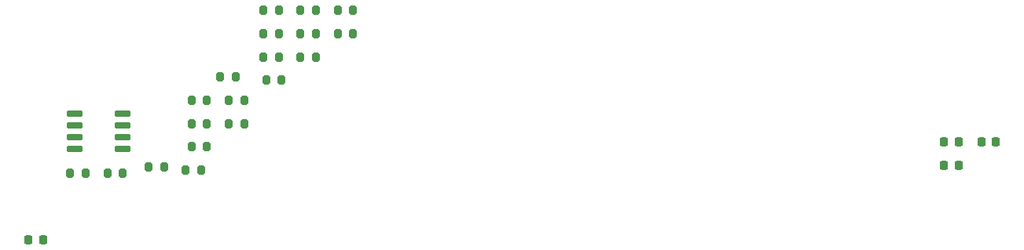
<source format=gbr>
%TF.GenerationSoftware,KiCad,Pcbnew,(6.0.8)*%
%TF.CreationDate,2022-11-08T10:52:10+01:00*%
%TF.ProjectId,TVZ_KTM_ApplicationBoard,54565a5f-4b54-44d5-9f41-70706c696361,rev?*%
%TF.SameCoordinates,Original*%
%TF.FileFunction,Paste,Top*%
%TF.FilePolarity,Positive*%
%FSLAX46Y46*%
G04 Gerber Fmt 4.6, Leading zero omitted, Abs format (unit mm)*
G04 Created by KiCad (PCBNEW (6.0.8)) date 2022-11-08 10:52:10*
%MOMM*%
%LPD*%
G01*
G04 APERTURE LIST*
G04 Aperture macros list*
%AMRoundRect*
0 Rectangle with rounded corners*
0 $1 Rounding radius*
0 $2 $3 $4 $5 $6 $7 $8 $9 X,Y pos of 4 corners*
0 Add a 4 corners polygon primitive as box body*
4,1,4,$2,$3,$4,$5,$6,$7,$8,$9,$2,$3,0*
0 Add four circle primitives for the rounded corners*
1,1,$1+$1,$2,$3*
1,1,$1+$1,$4,$5*
1,1,$1+$1,$6,$7*
1,1,$1+$1,$8,$9*
0 Add four rect primitives between the rounded corners*
20,1,$1+$1,$2,$3,$4,$5,0*
20,1,$1+$1,$4,$5,$6,$7,0*
20,1,$1+$1,$6,$7,$8,$9,0*
20,1,$1+$1,$8,$9,$2,$3,0*%
G04 Aperture macros list end*
%ADD10RoundRect,0.150000X-0.725000X-0.150000X0.725000X-0.150000X0.725000X0.150000X-0.725000X0.150000X0*%
%ADD11RoundRect,0.200000X-0.200000X-0.275000X0.200000X-0.275000X0.200000X0.275000X-0.200000X0.275000X0*%
%ADD12RoundRect,0.225000X-0.225000X-0.250000X0.225000X-0.250000X0.225000X0.250000X-0.225000X0.250000X0*%
G04 APERTURE END LIST*
D10*
%TO.C,U1*%
X120535000Y-87935000D03*
X120535000Y-89205000D03*
X120535000Y-90475000D03*
X120535000Y-91745000D03*
X125685000Y-91745000D03*
X125685000Y-90475000D03*
X125685000Y-89205000D03*
X125685000Y-87935000D03*
%TD*%
D11*
%TO.C,R19*%
X137175000Y-89000000D03*
X138825000Y-89000000D03*
%TD*%
%TO.C,R18*%
X132525000Y-94020000D03*
X134175000Y-94020000D03*
%TD*%
%TO.C,R17*%
X144885000Y-81800000D03*
X146535000Y-81800000D03*
%TD*%
%TO.C,R16*%
X133165000Y-89000000D03*
X134815000Y-89000000D03*
%TD*%
%TO.C,R15*%
X128515000Y-93680000D03*
X130165000Y-93680000D03*
%TD*%
%TO.C,R14*%
X133165000Y-91510000D03*
X134815000Y-91510000D03*
%TD*%
%TO.C,R13*%
X144885000Y-76780000D03*
X146535000Y-76780000D03*
%TD*%
%TO.C,R12*%
X137175000Y-86490000D03*
X138825000Y-86490000D03*
%TD*%
%TO.C,R11*%
X148895000Y-76780000D03*
X150545000Y-76780000D03*
%TD*%
%TO.C,R10*%
X140875000Y-76780000D03*
X142525000Y-76780000D03*
%TD*%
%TO.C,R9*%
X136225000Y-83980000D03*
X137875000Y-83980000D03*
%TD*%
%TO.C,R8*%
X133165000Y-86490000D03*
X134815000Y-86490000D03*
%TD*%
%TO.C,R7*%
X140875000Y-79290000D03*
X142525000Y-79290000D03*
%TD*%
%TO.C,R6*%
X141185000Y-84310000D03*
X142835000Y-84310000D03*
%TD*%
%TO.C,R5*%
X148895000Y-79290000D03*
X150545000Y-79290000D03*
%TD*%
%TO.C,R4*%
X120065000Y-94320000D03*
X121715000Y-94320000D03*
%TD*%
%TO.C,R3*%
X140875000Y-81800000D03*
X142525000Y-81800000D03*
%TD*%
%TO.C,R2*%
X144885000Y-79290000D03*
X146535000Y-79290000D03*
%TD*%
%TO.C,R1*%
X124075000Y-94320000D03*
X125725000Y-94320000D03*
%TD*%
D12*
%TO.C,C4*%
X214215000Y-91000000D03*
X215765000Y-91000000D03*
%TD*%
%TO.C,C3*%
X218225000Y-91000000D03*
X219775000Y-91000000D03*
%TD*%
%TO.C,C2*%
X214215000Y-93510000D03*
X215765000Y-93510000D03*
%TD*%
%TO.C,C1*%
X115585000Y-101540000D03*
X117135000Y-101540000D03*
%TD*%
M02*

</source>
